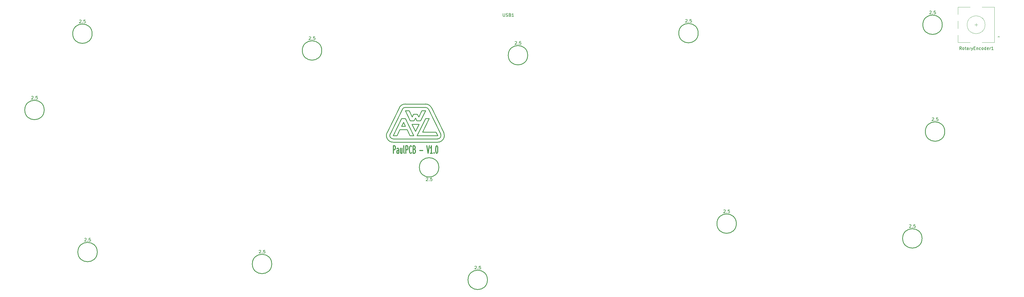
<source format=gto>
%TF.GenerationSoftware,KiCad,Pcbnew,(5.1.9)-1*%
%TF.CreationDate,2021-06-29T22:15:06+01:00*%
%TF.ProjectId,Paul PCB KICAD,5061756c-2050-4434-9220-4b494341442e,rev?*%
%TF.SameCoordinates,Original*%
%TF.FileFunction,Legend,Top*%
%TF.FilePolarity,Positive*%
%FSLAX46Y46*%
G04 Gerber Fmt 4.6, Leading zero omitted, Abs format (unit mm)*
G04 Created by KiCad (PCBNEW (5.1.9)-1) date 2021-06-29 22:15:06*
%MOMM*%
%LPD*%
G01*
G04 APERTURE LIST*
%ADD10C,0.253125*%
%ADD11C,0.300000*%
%ADD12C,0.250000*%
%ADD13C,0.120000*%
%ADD14C,0.150000*%
%ADD15C,3.000000*%
%ADD16C,3.987800*%
%ADD17C,1.750000*%
%ADD18C,3.048000*%
%ADD19C,5.000000*%
%ADD20C,2.000000*%
%ADD21R,3.200000X2.000000*%
%ADD22R,2.000000X2.000000*%
%ADD23C,0.650000*%
%ADD24R,0.300000X1.450000*%
%ADD25R,0.600000X1.450000*%
G04 APERTURE END LIST*
D10*
X123339484Y48072069D02*
X125748364Y48072069D01*
X133172153Y51817774D02*
X131920000Y51817774D01*
X126730347Y46062680D02*
X127982500Y46062680D01*
X123889268Y49197069D02*
X124543924Y50536661D01*
X122357500Y46062680D02*
X123339484Y48072069D01*
X121105347Y46062680D02*
X122357500Y46062680D01*
X125170000Y51817774D02*
X123917847Y51817774D01*
X129107500Y46062680D02*
X135984653Y46062680D01*
X129720861Y49880000D02*
X127369139Y49880000D01*
X127982500Y46062680D02*
X125170000Y51817774D01*
X130909438Y47187680D02*
X133172153Y51817774D01*
X123917847Y51817774D02*
X121105347Y46062680D01*
X125198579Y49197069D02*
X123889268Y49197069D01*
X135984653Y46062680D02*
X135434868Y47187680D01*
X125748364Y48072069D02*
X126730347Y46062680D01*
X131920000Y51817774D02*
X129107500Y46062680D01*
X124543924Y50536661D02*
X125198579Y49197069D01*
X135434868Y47187680D02*
X130909438Y47187680D01*
X124159241Y54873955D02*
G75*
G02*
X125170000Y55505000I1010759J-493955D01*
G01*
X135984653Y43812680D02*
X121105347Y43812680D01*
X126819354Y51005000D02*
X128071508Y51005000D01*
X127445431Y52286113D02*
X126422154Y54380000D01*
X126422154Y54380000D02*
X125170000Y54380000D01*
X133941517Y55367911D02*
X138006170Y47050591D01*
X135984653Y44937680D02*
X121105347Y44937680D01*
X132930758Y54873956D02*
X136995412Y46556635D01*
X131919999Y56630000D02*
G75*
G02*
X133941517Y55367911I1J-2250000D01*
G01*
X120094588Y46556635D02*
X124159242Y54873956D01*
X127369139Y49880000D02*
X128545000Y47473887D01*
X129018492Y51005000D02*
X130270646Y51005000D01*
X128545000Y51973887D02*
X129018492Y51005000D01*
X125170000Y54380000D02*
X126819354Y51005000D01*
X129644569Y52286113D02*
X129171076Y53255000D01*
X128545000Y47473887D02*
X129720861Y49880000D01*
X130667846Y54380000D02*
X129644569Y52286113D01*
X119083830Y47050591D02*
X123148483Y55367911D01*
X131920000Y54380000D02*
X130667846Y54380000D01*
X130270646Y51005000D02*
X131920000Y54380000D01*
X128071508Y51005000D02*
X128545000Y51973887D01*
X127918924Y53255000D02*
X127445431Y52286113D01*
X136995412Y46556635D02*
G75*
G02*
X135984653Y44937680I-1010759J-493955D01*
G01*
X129171076Y53255000D02*
X127918924Y53255000D01*
X138006170Y47050590D02*
G75*
G02*
X135984653Y43812680I-2021517J-987910D01*
G01*
X125170000Y55505000D02*
X131920000Y55505000D01*
X121105347Y44937680D02*
G75*
G02*
X120094588Y46556635I0J1125000D01*
G01*
X131919999Y55505000D02*
G75*
G02*
X132930758Y54873956I1J-1125000D01*
G01*
X125170000Y56630000D02*
X131920000Y56630000D01*
X121105346Y43812680D02*
G75*
G02*
X119083830Y47050591I1J2250000D01*
G01*
X123148483Y55367910D02*
G75*
G02*
X125170000Y56630000I2021517J-987910D01*
G01*
D11*
X121169285Y40109047D02*
X121169285Y42609047D01*
X121645476Y42609047D01*
X121764523Y42490000D01*
X121824047Y42370952D01*
X121883571Y42132857D01*
X121883571Y41775714D01*
X121824047Y41537619D01*
X121764523Y41418571D01*
X121645476Y41299523D01*
X121169285Y41299523D01*
X122955000Y40109047D02*
X122955000Y41418571D01*
X122895476Y41656666D01*
X122776428Y41775714D01*
X122538333Y41775714D01*
X122419285Y41656666D01*
X122955000Y40228095D02*
X122835952Y40109047D01*
X122538333Y40109047D01*
X122419285Y40228095D01*
X122359761Y40466190D01*
X122359761Y40704285D01*
X122419285Y40942380D01*
X122538333Y41061428D01*
X122835952Y41061428D01*
X122955000Y41180476D01*
X124085952Y41775714D02*
X124085952Y40109047D01*
X123550238Y41775714D02*
X123550238Y40466190D01*
X123609761Y40228095D01*
X123728809Y40109047D01*
X123907380Y40109047D01*
X124026428Y40228095D01*
X124085952Y40347142D01*
X124859761Y40109047D02*
X124740714Y40228095D01*
X124681190Y40466190D01*
X124681190Y42609047D01*
X125335952Y40109047D02*
X125335952Y42609047D01*
X125812142Y42609047D01*
X125931190Y42490000D01*
X125990714Y42370952D01*
X126050238Y42132857D01*
X126050238Y41775714D01*
X125990714Y41537619D01*
X125931190Y41418571D01*
X125812142Y41299523D01*
X125335952Y41299523D01*
X127300238Y40347142D02*
X127240714Y40228095D01*
X127062142Y40109047D01*
X126943095Y40109047D01*
X126764523Y40228095D01*
X126645476Y40466190D01*
X126585952Y40704285D01*
X126526428Y41180476D01*
X126526428Y41537619D01*
X126585952Y42013809D01*
X126645476Y42251904D01*
X126764523Y42490000D01*
X126943095Y42609047D01*
X127062142Y42609047D01*
X127240714Y42490000D01*
X127300238Y42370952D01*
X128252619Y41418571D02*
X128431190Y41299523D01*
X128490714Y41180476D01*
X128550238Y40942380D01*
X128550238Y40585238D01*
X128490714Y40347142D01*
X128431190Y40228095D01*
X128312142Y40109047D01*
X127835952Y40109047D01*
X127835952Y42609047D01*
X128252619Y42609047D01*
X128371666Y42490000D01*
X128431190Y42370952D01*
X128490714Y42132857D01*
X128490714Y41894761D01*
X128431190Y41656666D01*
X128371666Y41537619D01*
X128252619Y41418571D01*
X127835952Y41418571D01*
X130038333Y41061428D02*
X130990714Y41061428D01*
X132359761Y42609047D02*
X132776428Y40109047D01*
X133193095Y42609047D01*
X134264523Y40109047D02*
X133550238Y40109047D01*
X133907380Y40109047D02*
X133907380Y42609047D01*
X133788333Y42251904D01*
X133669285Y42013809D01*
X133550238Y41894761D01*
X134800238Y40347142D02*
X134859761Y40228095D01*
X134800238Y40109047D01*
X134740714Y40228095D01*
X134800238Y40347142D01*
X134800238Y40109047D01*
X135633571Y42609047D02*
X135752619Y42609047D01*
X135871666Y42490000D01*
X135931190Y42370952D01*
X135990714Y42132857D01*
X136050238Y41656666D01*
X136050238Y41061428D01*
X135990714Y40585238D01*
X135931190Y40347142D01*
X135871666Y40228095D01*
X135752619Y40109047D01*
X135633571Y40109047D01*
X135514523Y40228095D01*
X135455000Y40347142D01*
X135395476Y40585238D01*
X135335952Y41061428D01*
X135335952Y41656666D01*
X135395476Y42132857D01*
X135455000Y42370952D01*
X135514523Y42490000D01*
X135633571Y42609047D01*
D12*
X20441750Y80200000D02*
G75*
G03*
X20441750Y80200000I-3250000J0D01*
G01*
X97231649Y74572360D02*
G75*
G03*
X97231649Y74572360I-3250000J0D01*
G01*
X166109822Y72980677D02*
G75*
G03*
X166109822Y72980677I-3250000J0D01*
G01*
X223135384Y80385180D02*
G75*
G03*
X223135384Y80385180I-3250000J0D01*
G01*
X4402750Y54625000D02*
G75*
G03*
X4402750Y54625000I-3250000J0D01*
G01*
X22156250Y7000000D02*
G75*
G03*
X22156250Y7000000I-3250000J0D01*
G01*
X136386887Y35392650D02*
G75*
G03*
X136386887Y35392650I-3250000J0D01*
G01*
X80508161Y3003314D02*
G75*
G03*
X80508161Y3003314I-3250000J0D01*
G01*
X152646946Y-2325869D02*
G75*
G03*
X152646946Y-2325869I-3250000J0D01*
G01*
X235897250Y16524999D02*
G75*
G03*
X235897250Y16524999I-3250000J0D01*
G01*
X298000249Y11573500D02*
G75*
G03*
X298000249Y11573500I-3249999J0D01*
G01*
X305599874Y47386750D02*
G75*
G03*
X305599874Y47386750I-3249999J0D01*
G01*
X304762249Y83200000D02*
G75*
G03*
X304762249Y83200000I-3249999J0D01*
G01*
D13*
%TO.C,RotaryEncoder1*%
X319080000Y83200000D02*
G75*
G03*
X319080000Y83200000I-3000000J0D01*
G01*
X314080000Y77300000D02*
X309980000Y77300000D01*
X309980000Y89100000D02*
X314080000Y89100000D01*
X318080000Y89100000D02*
X322180000Y89100000D01*
X318080000Y77300000D02*
X322180000Y77300000D01*
X322180000Y77300000D02*
X322180000Y89100000D01*
X323580000Y79400000D02*
X323880000Y79100000D01*
X323880000Y79100000D02*
X323280000Y79100000D01*
X323280000Y79100000D02*
X323580000Y79400000D01*
X309980000Y77300000D02*
X309980000Y79700000D01*
X309980000Y81900000D02*
X309980000Y84500000D01*
X309980000Y86700000D02*
X309980000Y89100000D01*
X316080000Y82700000D02*
X316080000Y83700000D01*
X316580000Y83200000D02*
X315580000Y83200000D01*
%TO.C,2.5*%
D14*
X132150000Y31802380D02*
X132197619Y31850000D01*
X132292857Y31897619D01*
X132530952Y31897619D01*
X132626190Y31850000D01*
X132673809Y31802380D01*
X132721428Y31707142D01*
X132721428Y31611904D01*
X132673809Y31469047D01*
X132102380Y30897619D01*
X132721428Y30897619D01*
X133150000Y30992857D02*
X133197619Y30945238D01*
X133150000Y30897619D01*
X133102380Y30945238D01*
X133150000Y30992857D01*
X133150000Y30897619D01*
X134102380Y31897619D02*
X133626190Y31897619D01*
X133578571Y31421428D01*
X133626190Y31469047D01*
X133721428Y31516666D01*
X133959523Y31516666D01*
X134054761Y31469047D01*
X134102380Y31421428D01*
X134150000Y31326190D01*
X134150000Y31088095D01*
X134102380Y30992857D01*
X134054761Y30945238D01*
X133959523Y30897619D01*
X133721428Y30897619D01*
X133626190Y30945238D01*
X133578571Y30992857D01*
X76275361Y7530694D02*
X76322980Y7578314D01*
X76418218Y7625933D01*
X76656313Y7625933D01*
X76751551Y7578314D01*
X76799170Y7530694D01*
X76846789Y7435456D01*
X76846789Y7340218D01*
X76799170Y7197361D01*
X76227741Y6625933D01*
X76846789Y6625933D01*
X77275361Y6721171D02*
X77322980Y6673552D01*
X77275361Y6625933D01*
X77227741Y6673552D01*
X77275361Y6721171D01*
X77275361Y6625933D01*
X78227741Y7625933D02*
X77751551Y7625933D01*
X77703932Y7149742D01*
X77751551Y7197361D01*
X77846789Y7244980D01*
X78084884Y7244980D01*
X78180122Y7197361D01*
X78227741Y7149742D01*
X78275361Y7054504D01*
X78275361Y6816409D01*
X78227741Y6721171D01*
X78180122Y6673552D01*
X78084884Y6625933D01*
X77846789Y6625933D01*
X77751551Y6673552D01*
X77703932Y6721171D01*
X218902584Y84912560D02*
X218950203Y84960180D01*
X219045441Y85007799D01*
X219283536Y85007799D01*
X219378774Y84960180D01*
X219426393Y84912560D01*
X219474012Y84817322D01*
X219474012Y84722084D01*
X219426393Y84579227D01*
X218854964Y84007799D01*
X219474012Y84007799D01*
X219902584Y84103037D02*
X219950203Y84055418D01*
X219902584Y84007799D01*
X219854964Y84055418D01*
X219902584Y84103037D01*
X219902584Y84007799D01*
X220854964Y85007799D02*
X220378774Y85007799D01*
X220331155Y84531608D01*
X220378774Y84579227D01*
X220474012Y84626846D01*
X220712107Y84626846D01*
X220807345Y84579227D01*
X220854964Y84531608D01*
X220902584Y84436370D01*
X220902584Y84198275D01*
X220854964Y84103037D01*
X220807345Y84055418D01*
X220712107Y84007799D01*
X220474012Y84007799D01*
X220378774Y84055418D01*
X220331155Y84103037D01*
X17923450Y11527380D02*
X17971069Y11575000D01*
X18066307Y11622619D01*
X18304402Y11622619D01*
X18399640Y11575000D01*
X18447259Y11527380D01*
X18494878Y11432142D01*
X18494878Y11336904D01*
X18447259Y11194047D01*
X17875830Y10622619D01*
X18494878Y10622619D01*
X18923450Y10717857D02*
X18971069Y10670238D01*
X18923450Y10622619D01*
X18875830Y10670238D01*
X18923450Y10717857D01*
X18923450Y10622619D01*
X19875830Y11622619D02*
X19399640Y11622619D01*
X19352021Y11146428D01*
X19399640Y11194047D01*
X19494878Y11241666D01*
X19732973Y11241666D01*
X19828211Y11194047D01*
X19875830Y11146428D01*
X19923450Y11051190D01*
X19923450Y10813095D01*
X19875830Y10717857D01*
X19828211Y10670238D01*
X19732973Y10622619D01*
X19494878Y10622619D01*
X19399640Y10670238D01*
X19352021Y10717857D01*
X161877022Y77508057D02*
X161924641Y77555677D01*
X162019879Y77603296D01*
X162257974Y77603296D01*
X162353212Y77555677D01*
X162400831Y77508057D01*
X162448450Y77412819D01*
X162448450Y77317581D01*
X162400831Y77174724D01*
X161829402Y76603296D01*
X162448450Y76603296D01*
X162877022Y76698534D02*
X162924641Y76650915D01*
X162877022Y76603296D01*
X162829402Y76650915D01*
X162877022Y76698534D01*
X162877022Y76603296D01*
X163829402Y77603296D02*
X163353212Y77603296D01*
X163305593Y77127105D01*
X163353212Y77174724D01*
X163448450Y77222343D01*
X163686545Y77222343D01*
X163781783Y77174724D01*
X163829402Y77127105D01*
X163877022Y77031867D01*
X163877022Y76793772D01*
X163829402Y76698534D01*
X163781783Y76650915D01*
X163686545Y76603296D01*
X163448450Y76603296D01*
X163353212Y76650915D01*
X163305593Y76698534D01*
X293767450Y16100880D02*
X293815069Y16148500D01*
X293910307Y16196119D01*
X294148402Y16196119D01*
X294243640Y16148500D01*
X294291259Y16100880D01*
X294338878Y16005642D01*
X294338878Y15910404D01*
X294291259Y15767547D01*
X293719830Y15196119D01*
X294338878Y15196119D01*
X294767450Y15291357D02*
X294815069Y15243738D01*
X294767450Y15196119D01*
X294719830Y15243738D01*
X294767450Y15291357D01*
X294767450Y15196119D01*
X295719830Y16196119D02*
X295243640Y16196119D01*
X295196021Y15719928D01*
X295243640Y15767547D01*
X295338878Y15815166D01*
X295576973Y15815166D01*
X295672211Y15767547D01*
X295719830Y15719928D01*
X295767450Y15624690D01*
X295767450Y15386595D01*
X295719830Y15291357D01*
X295672211Y15243738D01*
X295576973Y15196119D01*
X295338878Y15196119D01*
X295243640Y15243738D01*
X295196021Y15291357D01*
X92998849Y79099740D02*
X93046468Y79147360D01*
X93141706Y79194979D01*
X93379801Y79194979D01*
X93475039Y79147360D01*
X93522658Y79099740D01*
X93570277Y79004502D01*
X93570277Y78909264D01*
X93522658Y78766407D01*
X92951229Y78194979D01*
X93570277Y78194979D01*
X93998849Y78290217D02*
X94046468Y78242598D01*
X93998849Y78194979D01*
X93951229Y78242598D01*
X93998849Y78290217D01*
X93998849Y78194979D01*
X94951229Y79194979D02*
X94475039Y79194979D01*
X94427420Y78718788D01*
X94475039Y78766407D01*
X94570277Y78814026D01*
X94808372Y78814026D01*
X94903610Y78766407D01*
X94951229Y78718788D01*
X94998849Y78623550D01*
X94998849Y78385455D01*
X94951229Y78290217D01*
X94903610Y78242598D01*
X94808372Y78194979D01*
X94570277Y78194979D01*
X94475039Y78242598D01*
X94427420Y78290217D01*
X148414146Y2201511D02*
X148461765Y2249131D01*
X148557003Y2296750D01*
X148795098Y2296750D01*
X148890336Y2249131D01*
X148937955Y2201511D01*
X148985574Y2106273D01*
X148985574Y2011035D01*
X148937955Y1868178D01*
X148366526Y1296750D01*
X148985574Y1296750D01*
X149414146Y1391988D02*
X149461765Y1344369D01*
X149414146Y1296750D01*
X149366526Y1344369D01*
X149414146Y1391988D01*
X149414146Y1296750D01*
X150366526Y2296750D02*
X149890336Y2296750D01*
X149842717Y1820559D01*
X149890336Y1868178D01*
X149985574Y1915797D01*
X150223669Y1915797D01*
X150318907Y1868178D01*
X150366526Y1820559D01*
X150414146Y1725321D01*
X150414146Y1487226D01*
X150366526Y1391988D01*
X150318907Y1344369D01*
X150223669Y1296750D01*
X149985574Y1296750D01*
X149890336Y1344369D01*
X149842717Y1391988D01*
X301367075Y51914130D02*
X301414694Y51961750D01*
X301509932Y52009369D01*
X301748027Y52009369D01*
X301843265Y51961750D01*
X301890884Y51914130D01*
X301938503Y51818892D01*
X301938503Y51723654D01*
X301890884Y51580797D01*
X301319455Y51009369D01*
X301938503Y51009369D01*
X302367075Y51104607D02*
X302414694Y51056988D01*
X302367075Y51009369D01*
X302319455Y51056988D01*
X302367075Y51104607D01*
X302367075Y51009369D01*
X303319455Y52009369D02*
X302843265Y52009369D01*
X302795646Y51533178D01*
X302843265Y51580797D01*
X302938503Y51628416D01*
X303176598Y51628416D01*
X303271836Y51580797D01*
X303319455Y51533178D01*
X303367075Y51437940D01*
X303367075Y51199845D01*
X303319455Y51104607D01*
X303271836Y51056988D01*
X303176598Y51009369D01*
X302938503Y51009369D01*
X302843265Y51056988D01*
X302795646Y51104607D01*
X16209200Y84727380D02*
X16256819Y84775000D01*
X16352057Y84822619D01*
X16590152Y84822619D01*
X16685390Y84775000D01*
X16733009Y84727380D01*
X16780628Y84632142D01*
X16780628Y84536904D01*
X16733009Y84394047D01*
X16161580Y83822619D01*
X16780628Y83822619D01*
X17209200Y83917857D02*
X17256819Y83870238D01*
X17209200Y83822619D01*
X17161580Y83870238D01*
X17209200Y83917857D01*
X17209200Y83822619D01*
X18161580Y84822619D02*
X17685390Y84822619D01*
X17637771Y84346428D01*
X17685390Y84394047D01*
X17780628Y84441666D01*
X18018723Y84441666D01*
X18113961Y84394047D01*
X18161580Y84346428D01*
X18209200Y84251190D01*
X18209200Y84013095D01*
X18161580Y83917857D01*
X18113961Y83870238D01*
X18018723Y83822619D01*
X17780628Y83822619D01*
X17685390Y83870238D01*
X17637771Y83917857D01*
X231664450Y21052379D02*
X231712069Y21099999D01*
X231807307Y21147618D01*
X232045402Y21147618D01*
X232140640Y21099999D01*
X232188259Y21052379D01*
X232235878Y20957141D01*
X232235878Y20861903D01*
X232188259Y20719046D01*
X231616830Y20147618D01*
X232235878Y20147618D01*
X232664450Y20242856D02*
X232712069Y20195237D01*
X232664450Y20147618D01*
X232616830Y20195237D01*
X232664450Y20242856D01*
X232664450Y20147618D01*
X233616830Y21147618D02*
X233140640Y21147618D01*
X233093021Y20671427D01*
X233140640Y20719046D01*
X233235878Y20766665D01*
X233473973Y20766665D01*
X233569211Y20719046D01*
X233616830Y20671427D01*
X233664450Y20576189D01*
X233664450Y20338094D01*
X233616830Y20242856D01*
X233569211Y20195237D01*
X233473973Y20147618D01*
X233235878Y20147618D01*
X233140640Y20195237D01*
X233093021Y20242856D01*
X300529450Y87727380D02*
X300577069Y87775000D01*
X300672307Y87822619D01*
X300910402Y87822619D01*
X301005640Y87775000D01*
X301053259Y87727380D01*
X301100878Y87632142D01*
X301100878Y87536904D01*
X301053259Y87394047D01*
X300481830Y86822619D01*
X301100878Y86822619D01*
X301529450Y86917857D02*
X301577069Y86870238D01*
X301529450Y86822619D01*
X301481830Y86870238D01*
X301529450Y86917857D01*
X301529450Y86822619D01*
X302481830Y87822619D02*
X302005640Y87822619D01*
X301958021Y87346428D01*
X302005640Y87394047D01*
X302100878Y87441666D01*
X302338973Y87441666D01*
X302434211Y87394047D01*
X302481830Y87346428D01*
X302529450Y87251190D01*
X302529450Y87013095D01*
X302481830Y86917857D01*
X302434211Y86870238D01*
X302338973Y86822619D01*
X302100878Y86822619D01*
X302005640Y86870238D01*
X301958021Y86917857D01*
X170000Y59152380D02*
X217619Y59200000D01*
X312857Y59247619D01*
X550952Y59247619D01*
X646190Y59200000D01*
X693809Y59152380D01*
X741428Y59057142D01*
X741428Y58961904D01*
X693809Y58819047D01*
X122380Y58247619D01*
X741428Y58247619D01*
X1170000Y58342857D02*
X1217619Y58295238D01*
X1170000Y58247619D01*
X1122380Y58295238D01*
X1170000Y58342857D01*
X1170000Y58247619D01*
X2122380Y59247619D02*
X1646190Y59247619D01*
X1598571Y58771428D01*
X1646190Y58819047D01*
X1741428Y58866666D01*
X1979523Y58866666D01*
X2074761Y58819047D01*
X2122380Y58771428D01*
X2170000Y58676190D01*
X2170000Y58438095D01*
X2122380Y58342857D01*
X2074761Y58295238D01*
X1979523Y58247619D01*
X1741428Y58247619D01*
X1646190Y58295238D01*
X1598571Y58342857D01*
%TO.C,RotaryEncoder1*%
X311166190Y74857619D02*
X310832857Y75333809D01*
X310594761Y74857619D02*
X310594761Y75857619D01*
X310975714Y75857619D01*
X311070952Y75810000D01*
X311118571Y75762380D01*
X311166190Y75667142D01*
X311166190Y75524285D01*
X311118571Y75429047D01*
X311070952Y75381428D01*
X310975714Y75333809D01*
X310594761Y75333809D01*
X311737619Y74857619D02*
X311642380Y74905238D01*
X311594761Y74952857D01*
X311547142Y75048095D01*
X311547142Y75333809D01*
X311594761Y75429047D01*
X311642380Y75476666D01*
X311737619Y75524285D01*
X311880476Y75524285D01*
X311975714Y75476666D01*
X312023333Y75429047D01*
X312070952Y75333809D01*
X312070952Y75048095D01*
X312023333Y74952857D01*
X311975714Y74905238D01*
X311880476Y74857619D01*
X311737619Y74857619D01*
X312356666Y75524285D02*
X312737619Y75524285D01*
X312499523Y75857619D02*
X312499523Y75000476D01*
X312547142Y74905238D01*
X312642380Y74857619D01*
X312737619Y74857619D01*
X313499523Y74857619D02*
X313499523Y75381428D01*
X313451904Y75476666D01*
X313356666Y75524285D01*
X313166190Y75524285D01*
X313070952Y75476666D01*
X313499523Y74905238D02*
X313404285Y74857619D01*
X313166190Y74857619D01*
X313070952Y74905238D01*
X313023333Y75000476D01*
X313023333Y75095714D01*
X313070952Y75190952D01*
X313166190Y75238571D01*
X313404285Y75238571D01*
X313499523Y75286190D01*
X313975714Y74857619D02*
X313975714Y75524285D01*
X313975714Y75333809D02*
X314023333Y75429047D01*
X314070952Y75476666D01*
X314166190Y75524285D01*
X314261428Y75524285D01*
X314499523Y75524285D02*
X314737619Y74857619D01*
X314975714Y75524285D02*
X314737619Y74857619D01*
X314642380Y74619523D01*
X314594761Y74571904D01*
X314499523Y74524285D01*
X315356666Y75381428D02*
X315690000Y75381428D01*
X315832857Y74857619D02*
X315356666Y74857619D01*
X315356666Y75857619D01*
X315832857Y75857619D01*
X316261428Y75524285D02*
X316261428Y74857619D01*
X316261428Y75429047D02*
X316309047Y75476666D01*
X316404285Y75524285D01*
X316547142Y75524285D01*
X316642380Y75476666D01*
X316690000Y75381428D01*
X316690000Y74857619D01*
X317594761Y74905238D02*
X317499523Y74857619D01*
X317309047Y74857619D01*
X317213809Y74905238D01*
X317166190Y74952857D01*
X317118571Y75048095D01*
X317118571Y75333809D01*
X317166190Y75429047D01*
X317213809Y75476666D01*
X317309047Y75524285D01*
X317499523Y75524285D01*
X317594761Y75476666D01*
X318166190Y74857619D02*
X318070952Y74905238D01*
X318023333Y74952857D01*
X317975714Y75048095D01*
X317975714Y75333809D01*
X318023333Y75429047D01*
X318070952Y75476666D01*
X318166190Y75524285D01*
X318309047Y75524285D01*
X318404285Y75476666D01*
X318451904Y75429047D01*
X318499523Y75333809D01*
X318499523Y75048095D01*
X318451904Y74952857D01*
X318404285Y74905238D01*
X318309047Y74857619D01*
X318166190Y74857619D01*
X319356666Y74857619D02*
X319356666Y75857619D01*
X319356666Y74905238D02*
X319261428Y74857619D01*
X319070952Y74857619D01*
X318975714Y74905238D01*
X318928095Y74952857D01*
X318880476Y75048095D01*
X318880476Y75333809D01*
X318928095Y75429047D01*
X318975714Y75476666D01*
X319070952Y75524285D01*
X319261428Y75524285D01*
X319356666Y75476666D01*
X320213809Y74905238D02*
X320118571Y74857619D01*
X319928095Y74857619D01*
X319832857Y74905238D01*
X319785238Y75000476D01*
X319785238Y75381428D01*
X319832857Y75476666D01*
X319928095Y75524285D01*
X320118571Y75524285D01*
X320213809Y75476666D01*
X320261428Y75381428D01*
X320261428Y75286190D01*
X319785238Y75190952D01*
X320690000Y74857619D02*
X320690000Y75524285D01*
X320690000Y75333809D02*
X320737619Y75429047D01*
X320785238Y75476666D01*
X320880476Y75524285D01*
X320975714Y75524285D01*
X321832857Y74857619D02*
X321261428Y74857619D01*
X321547142Y74857619D02*
X321547142Y75857619D01*
X321451904Y75714761D01*
X321356666Y75619523D01*
X321261428Y75571904D01*
%TO.C,USB1*%
X157891904Y86977619D02*
X157891904Y86168095D01*
X157939523Y86072857D01*
X157987142Y86025238D01*
X158082380Y85977619D01*
X158272857Y85977619D01*
X158368095Y86025238D01*
X158415714Y86072857D01*
X158463333Y86168095D01*
X158463333Y86977619D01*
X158891904Y86025238D02*
X159034761Y85977619D01*
X159272857Y85977619D01*
X159368095Y86025238D01*
X159415714Y86072857D01*
X159463333Y86168095D01*
X159463333Y86263333D01*
X159415714Y86358571D01*
X159368095Y86406190D01*
X159272857Y86453809D01*
X159082380Y86501428D01*
X158987142Y86549047D01*
X158939523Y86596666D01*
X158891904Y86691904D01*
X158891904Y86787142D01*
X158939523Y86882380D01*
X158987142Y86930000D01*
X159082380Y86977619D01*
X159320476Y86977619D01*
X159463333Y86930000D01*
X160225238Y86501428D02*
X160368095Y86453809D01*
X160415714Y86406190D01*
X160463333Y86310952D01*
X160463333Y86168095D01*
X160415714Y86072857D01*
X160368095Y86025238D01*
X160272857Y85977619D01*
X159891904Y85977619D01*
X159891904Y86977619D01*
X160225238Y86977619D01*
X160320476Y86930000D01*
X160368095Y86882380D01*
X160415714Y86787142D01*
X160415714Y86691904D01*
X160368095Y86596666D01*
X160320476Y86549047D01*
X160225238Y86501428D01*
X159891904Y86501428D01*
X161415714Y85977619D02*
X160844285Y85977619D01*
X161130000Y85977619D02*
X161130000Y86977619D01*
X161034761Y86834761D01*
X160939523Y86739523D01*
X160844285Y86691904D01*
%TD*%
%LPC*%
D15*
%TO.C,MX111*%
X244710000Y69227500D03*
D16*
X242170000Y64147500D03*
D15*
X238360000Y66687500D03*
D17*
X237090000Y64147500D03*
X247250000Y64147500D03*
%TD*%
%TO.C,MX3*%
X71140562Y80813001D03*
X61079438Y82226999D03*
D15*
X62690578Y84565530D03*
D16*
X66110000Y81520000D03*
D15*
X69332280Y86197062D03*
%TD*%
%TO.C,MX304*%
X103801313Y23630114D03*
D16*
X100579033Y18953052D03*
D15*
X97159611Y21998582D03*
D17*
X95548471Y19660051D03*
X105609595Y18246053D03*
%TD*%
D15*
%TO.C,MX14*%
X289463750Y88297500D03*
D16*
X286923750Y83217500D03*
D15*
X283113750Y85757500D03*
D17*
X281843750Y83217500D03*
X292003750Y83217500D03*
%TD*%
D15*
%TO.C,MX6*%
X125912280Y78247062D03*
D16*
X122690000Y73570000D03*
D15*
X119270578Y76615530D03*
D17*
X117659438Y74276999D03*
X127720562Y72863001D03*
%TD*%
D15*
%TO.C,MX414*%
X306790000Y7140000D03*
D16*
X304250000Y2060000D03*
D15*
X300440000Y4600000D03*
D17*
X299170000Y2060000D03*
X309330000Y2060000D03*
%TD*%
D15*
%TO.C,MX412*%
X287760000Y7130000D03*
D16*
X285220000Y2050000D03*
D15*
X281410000Y4590000D03*
D17*
X280140000Y2050000D03*
X290300000Y2050000D03*
%TD*%
D15*
%TO.C,MX411*%
X268730000Y7140000D03*
D16*
X266190000Y2060000D03*
D15*
X262380000Y4600000D03*
D17*
X261110000Y2060000D03*
X271270000Y2060000D03*
%TD*%
D15*
%TO.C,MX410*%
X244720000Y12090000D03*
D16*
X242180000Y7010000D03*
D15*
X238370000Y9550000D03*
D17*
X237100000Y7010000D03*
X247260000Y7010000D03*
%TD*%
D15*
%TO.C,MX409*%
X225650000Y12090000D03*
D16*
X223110000Y7010000D03*
D15*
X219300000Y9550000D03*
D17*
X218030000Y7010000D03*
X228190000Y7010000D03*
%TD*%
D15*
%TO.C,MX408*%
X203143558Y9862189D03*
D16*
X201335276Y4478128D03*
D15*
X197208855Y6463159D03*
D17*
X196304714Y3771129D03*
X206365838Y5185127D03*
%TD*%
D15*
%TO.C,MX405*%
X148614642Y21435865D03*
D16*
X146806360Y16051804D03*
D15*
X142679939Y18036835D03*
D17*
X141775798Y15344805D03*
X151836922Y16758803D03*
%TD*%
D15*
%TO.C,MX314*%
X318620000Y45820000D03*
D16*
X316080000Y40740000D03*
D15*
X312270000Y43280000D03*
D17*
X311000000Y40740000D03*
X321160000Y40740000D03*
%TD*%
D15*
%TO.C,MX312*%
X287760000Y26180000D03*
D16*
X285220000Y21100000D03*
D15*
X281410000Y23640000D03*
D17*
X280140000Y21100000D03*
X290300000Y21100000D03*
%TD*%
D15*
%TO.C,MX311*%
X263760000Y31127500D03*
D16*
X261220000Y26047500D03*
D15*
X257410000Y28587500D03*
D17*
X256140000Y26047500D03*
X266300000Y26047500D03*
%TD*%
D15*
%TO.C,MX310*%
X244710000Y31127500D03*
D16*
X242170000Y26047500D03*
D15*
X238360000Y28587500D03*
D17*
X237090000Y26047500D03*
X247250000Y26047500D03*
%TD*%
D15*
%TO.C,MX309*%
X225660000Y31127500D03*
D16*
X223120000Y26047500D03*
D15*
X219310000Y28587500D03*
D17*
X218040000Y26047500D03*
X228200000Y26047500D03*
%TD*%
D15*
%TO.C,MX308*%
X205208462Y29389608D03*
D16*
X203400180Y24005547D03*
D15*
X199273759Y25990578D03*
D17*
X198369618Y23298548D03*
X208430742Y24712546D03*
%TD*%
D15*
%TO.C,MX307*%
X186343855Y26738360D03*
D16*
X184535573Y21354299D03*
D15*
X180409152Y23339330D03*
D17*
X179505011Y20647300D03*
X189566135Y22061298D03*
%TD*%
D15*
%TO.C,MX306*%
X167479249Y24087113D03*
D16*
X165670967Y18703052D03*
D15*
X161544546Y20688083D03*
D17*
X160640405Y17996053D03*
X170701529Y19410051D03*
%TD*%
D15*
%TO.C,MX305*%
X122665920Y20978866D03*
D16*
X119443640Y16301804D03*
D15*
X116024218Y19347334D03*
D17*
X114413078Y17008803D03*
X124474202Y15594805D03*
%TD*%
D15*
%TO.C,MX303*%
X84936707Y26281361D03*
D16*
X81714427Y21604299D03*
D15*
X78295005Y24649829D03*
D17*
X76683865Y22311298D03*
X86744989Y20897300D03*
%TD*%
D15*
%TO.C,MX302*%
X66072100Y28932609D03*
D16*
X62849820Y24255547D03*
D15*
X59430398Y27301077D03*
D17*
X57819258Y24962546D03*
X67880382Y23548548D03*
%TD*%
D15*
%TO.C,MX301*%
X45260000Y31120000D03*
D16*
X42720000Y26040000D03*
D15*
X38910000Y28580000D03*
D17*
X37640000Y26040000D03*
X47800000Y26040000D03*
%TD*%
D15*
%TO.C,MX214*%
X318620000Y64840000D03*
D16*
X316080000Y59760000D03*
D15*
X312270000Y62300000D03*
D17*
X311000000Y59760000D03*
X321160000Y59760000D03*
%TD*%
D15*
%TO.C,MX211*%
X251853750Y50177500D03*
D16*
X249313750Y45097500D03*
D15*
X245503750Y47637500D03*
D17*
X244233750Y45097500D03*
X254393750Y45097500D03*
%TD*%
D15*
%TO.C,MX210*%
X232803750Y50177500D03*
D16*
X230263750Y45097500D03*
D15*
X226453750Y47637500D03*
D17*
X225183750Y45097500D03*
X235343750Y45097500D03*
%TD*%
D15*
%TO.C,MX209*%
X211989518Y49579838D03*
D16*
X210181236Y44195777D03*
D15*
X206054815Y46180808D03*
D17*
X205150674Y43488778D03*
X215211798Y44902776D03*
%TD*%
D15*
%TO.C,MX208*%
X193124911Y46928591D03*
D16*
X191316629Y41544530D03*
D15*
X187190208Y43529561D03*
D17*
X186286067Y40837531D03*
X196347191Y42251529D03*
%TD*%
D15*
%TO.C,MX207*%
X174260304Y44277343D03*
D16*
X172452022Y38893282D03*
D15*
X168325601Y40878313D03*
D17*
X167421460Y38186283D03*
X177482584Y39600281D03*
%TD*%
D15*
%TO.C,MX206*%
X155395698Y41626096D03*
D16*
X153587416Y36242035D03*
D15*
X149460995Y38227066D03*
D17*
X148556854Y35535036D03*
X158617978Y36949034D03*
%TD*%
D15*
%TO.C,MX205*%
X115884864Y41169097D03*
D16*
X112662584Y36492035D03*
D15*
X109243162Y39537565D03*
D17*
X107632022Y37199034D03*
X117693146Y35785036D03*
%TD*%
D15*
%TO.C,MX204*%
X97020258Y43820344D03*
D16*
X93797978Y39143282D03*
D15*
X90378556Y42188812D03*
D17*
X88767416Y39850281D03*
X98828540Y38436283D03*
%TD*%
D15*
%TO.C,MX203*%
X78155651Y46471592D03*
D16*
X74933371Y41794530D03*
D15*
X71513949Y44840060D03*
D17*
X69902809Y42501529D03*
X79963933Y41087531D03*
%TD*%
D15*
%TO.C,MX202*%
X59291044Y49122839D03*
D16*
X56068764Y44445777D03*
D15*
X52649342Y47491307D03*
D17*
X51038202Y45152776D03*
X61099326Y43738778D03*
%TD*%
D15*
%TO.C,MX201*%
X38430000Y50140000D03*
D16*
X35890000Y45060000D03*
D15*
X32080000Y47600000D03*
D17*
X30810000Y45060000D03*
X40970000Y45060000D03*
%TD*%
D15*
%TO.C,MX112*%
X263760000Y69227500D03*
D16*
X261220000Y64147500D03*
D15*
X257410000Y66687500D03*
D17*
X256140000Y64147500D03*
X266300000Y64147500D03*
%TD*%
D15*
%TO.C,MX110*%
X225660000Y69227500D03*
D16*
X223120000Y64147500D03*
D15*
X219310000Y66687500D03*
D17*
X218040000Y64147500D03*
X228200000Y64147500D03*
%TD*%
D15*
%TO.C,MX109*%
X204622119Y67781633D03*
D16*
X202813837Y62397572D03*
D15*
X198687416Y64382603D03*
D17*
X197783275Y61690573D03*
X207844399Y63104571D03*
%TD*%
D15*
%TO.C,MX108*%
X185757512Y65130386D03*
D16*
X183949230Y59746325D03*
D15*
X179822809Y61731356D03*
D17*
X178918668Y59039326D03*
X188979792Y60453324D03*
%TD*%
D15*
%TO.C,MX107*%
X166892905Y62479138D03*
D16*
X165084623Y57095077D03*
D15*
X160958202Y59080108D03*
D17*
X160054061Y56388078D03*
X170115185Y57802076D03*
%TD*%
D15*
%TO.C,MX106*%
X148028299Y59827890D03*
D16*
X146220017Y54443829D03*
D15*
X142093596Y56428860D03*
D17*
X141189455Y53736830D03*
X151250579Y55150828D03*
%TD*%
D15*
%TO.C,MX105*%
X113819960Y60696515D03*
D16*
X110597680Y56019453D03*
D15*
X107178258Y59064983D03*
D17*
X105567118Y56726452D03*
X115628242Y55312454D03*
%TD*%
D15*
%TO.C,MX104*%
X94955353Y63347763D03*
D16*
X91733073Y58670701D03*
D15*
X88313651Y61716231D03*
D17*
X86702511Y59377700D03*
X96763635Y57963702D03*
%TD*%
D15*
%TO.C,MX103*%
X76090747Y65999010D03*
D16*
X72868467Y61321948D03*
D15*
X69449045Y64367478D03*
D17*
X67837905Y62028947D03*
X77899029Y60614949D03*
%TD*%
D15*
%TO.C,MX102*%
X57226140Y68650258D03*
D16*
X54003860Y63973196D03*
D15*
X50584438Y67018726D03*
D17*
X48973298Y64680195D03*
X59034422Y63266197D03*
%TD*%
D15*
%TO.C,MX101*%
X36310000Y69220000D03*
D16*
X33770000Y64140000D03*
D15*
X29960000Y66680000D03*
D17*
X28690000Y64140000D03*
X38850000Y64140000D03*
%TD*%
D15*
%TO.C,MX13*%
X270413750Y88297500D03*
D16*
X267873750Y83217500D03*
D15*
X264063750Y85757500D03*
D17*
X262793750Y83217500D03*
X272953750Y83217500D03*
%TD*%
D15*
%TO.C,MX12*%
X251363750Y88297500D03*
D16*
X248823750Y83217500D03*
D15*
X245013750Y85757500D03*
D17*
X243743750Y83217500D03*
X253903750Y83217500D03*
%TD*%
D15*
%TO.C,MX11*%
X232313750Y88297500D03*
D16*
X229773750Y83217500D03*
D15*
X225963750Y85757500D03*
D17*
X224693750Y83217500D03*
X234853750Y83217500D03*
%TD*%
D15*
%TO.C,MX10*%
X211403174Y87971864D03*
D16*
X209594892Y82587803D03*
D15*
X205468471Y84572834D03*
D17*
X204564330Y81880804D03*
X214625454Y83294802D03*
%TD*%
D15*
%TO.C,MX9*%
X192538568Y85320616D03*
D16*
X190730286Y79936555D03*
D15*
X186603865Y81921586D03*
D17*
X185699724Y79229556D03*
X195760848Y80643554D03*
%TD*%
D15*
%TO.C,MX8*%
X173673961Y82669368D03*
D16*
X171865679Y77285307D03*
D15*
X167739258Y79270338D03*
D17*
X166835117Y76578308D03*
X176896241Y77992306D03*
%TD*%
D15*
%TO.C,MX7*%
X154809354Y80018121D03*
D16*
X153001072Y74634060D03*
D15*
X148874651Y76619091D03*
D17*
X147970510Y73927061D03*
X158031634Y75341059D03*
%TD*%
D15*
%TO.C,MX5*%
X107062280Y80887062D03*
D16*
X103840000Y76210000D03*
D15*
X100420578Y79255530D03*
D17*
X98809438Y76916999D03*
X108870562Y75503001D03*
%TD*%
D15*
%TO.C,MX4*%
X88182280Y83547062D03*
D16*
X84960000Y78870000D03*
D15*
X81540578Y81915530D03*
D17*
X79929438Y79576999D03*
X89990562Y78163001D03*
%TD*%
D15*
%TO.C,MX2*%
X50462280Y88837062D03*
D16*
X47240000Y84160000D03*
D15*
X43820578Y87205530D03*
D17*
X42209438Y84866999D03*
X52270562Y83453001D03*
%TD*%
D15*
%TO.C,MX1*%
X29250000Y88290000D03*
D16*
X26710000Y83210000D03*
D15*
X22900000Y85750000D03*
D17*
X21630000Y83210000D03*
X31790000Y83210000D03*
%TD*%
D15*
%TO.C,MX0*%
X10210000Y88260000D03*
D16*
X7670000Y83180000D03*
D15*
X3860000Y85720000D03*
D17*
X2590000Y83180000D03*
X12750000Y83180000D03*
%TD*%
D15*
%TO.C,MX113*%
X287572500Y69227500D03*
D16*
X285032500Y64147500D03*
D15*
X281222500Y66687500D03*
D17*
X279952500Y64147500D03*
X290112500Y64147500D03*
%TD*%
D15*
%TO.C,MX100*%
X12500000Y69220000D03*
D16*
X9960000Y64140000D03*
D15*
X6150000Y66680000D03*
D17*
X4880000Y64140000D03*
X15040000Y64140000D03*
%TD*%
D15*
%TO.C,MX300*%
X14210000Y31110000D03*
D16*
X11670000Y26030000D03*
D15*
X7860000Y28570000D03*
D17*
X6590000Y26030000D03*
X16750000Y26030000D03*
D18*
X23608000Y33015000D03*
X-268000Y33015000D03*
D16*
X23608000Y17775000D03*
X-268000Y17775000D03*
%TD*%
D15*
%TO.C,MX212*%
X282810000Y50177500D03*
D16*
X280270000Y45097500D03*
D15*
X276460000Y47637500D03*
D17*
X275190000Y45097500D03*
X285350000Y45097500D03*
D18*
X292208000Y52082500D03*
X268332000Y52082500D03*
D16*
X292208000Y36842500D03*
X268332000Y36842500D03*
%TD*%
D15*
%TO.C,MX200*%
X12200000Y50160000D03*
D16*
X9660000Y45080000D03*
D15*
X5850000Y47620000D03*
D17*
X4580000Y45080000D03*
X14740000Y45080000D03*
%TD*%
D15*
%TO.C,MX402*%
X65778928Y9736596D03*
D16*
X62556648Y5059534D03*
D15*
X59137226Y8105064D03*
D17*
X57526086Y5766533D03*
X67587210Y4352535D03*
%TD*%
D15*
%TO.C,MX401*%
X33360000Y12080000D03*
D16*
X30820000Y7000000D03*
D15*
X27010000Y9540000D03*
D17*
X25740000Y7000000D03*
X35900000Y7000000D03*
%TD*%
D15*
%TO.C,MX400*%
X9520000Y12060000D03*
D16*
X6980000Y6980000D03*
D15*
X3170000Y9520000D03*
D17*
X1900000Y6980000D03*
X12060000Y6980000D03*
%TD*%
D15*
%TO.C,MX406*%
X172488572Y5553912D03*
D16*
X170680290Y169851D03*
D15*
X166553869Y2154882D03*
D17*
X165649728Y-537148D03*
X175710852Y876850D03*
D18*
X183474234Y-5085723D03*
X159830594Y-8408620D03*
D16*
X181353236Y10005962D03*
X157709596Y6683065D03*
%TD*%
D15*
%TO.C,MX404*%
X103508142Y4434101D03*
D16*
X100285862Y-242961D03*
D15*
X96866440Y2802569D03*
D17*
X95255300Y464038D03*
X105316424Y-949960D03*
D18*
X111135558Y-8821432D03*
X87491918Y-5498535D03*
D16*
X113256556Y6270253D03*
X89612916Y9593150D03*
%TD*%
D19*
%TO.C,2.5*%
X133136887Y35392650D03*
%TD*%
%TO.C,2.5*%
X77258161Y3003314D03*
%TD*%
%TO.C,2.5*%
X219885384Y80385180D03*
%TD*%
%TO.C,2.5*%
X18906250Y7000000D03*
%TD*%
%TO.C,2.5*%
X162859822Y72980677D03*
%TD*%
%TO.C,2.5*%
X294750250Y11573500D03*
%TD*%
%TO.C,2.5*%
X93981649Y74572360D03*
%TD*%
%TO.C,2.5*%
X149396946Y-2325869D03*
%TD*%
%TO.C,2.5*%
X302349875Y47386750D03*
%TD*%
%TO.C,2.5*%
X17192000Y80200000D03*
%TD*%
%TO.C,2.5*%
X232647250Y16524999D03*
%TD*%
%TO.C,2.5*%
X301512250Y83200000D03*
%TD*%
%TO.C,2.5*%
X1152800Y54625000D03*
%TD*%
D20*
%TO.C,RotaryEncoder1*%
X309080000Y85700000D03*
X309080000Y80700000D03*
D21*
X316080000Y88800000D03*
X316080000Y77600000D03*
D20*
X323580000Y85700000D03*
X323580000Y83200000D03*
D22*
X323580000Y80700000D03*
%TD*%
D23*
%TO.C,USB1*%
X162520000Y89430000D03*
X156740000Y89430000D03*
D24*
X159880000Y87985000D03*
X159380000Y87985000D03*
X158880000Y87985000D03*
X160380000Y87985000D03*
X158380000Y87985000D03*
X160880000Y87985000D03*
X157880000Y87985000D03*
X161380000Y87985000D03*
D25*
X162080000Y87985000D03*
X157180000Y87985000D03*
X162855000Y87985000D03*
X156405000Y87985000D03*
%TD*%
M02*

</source>
